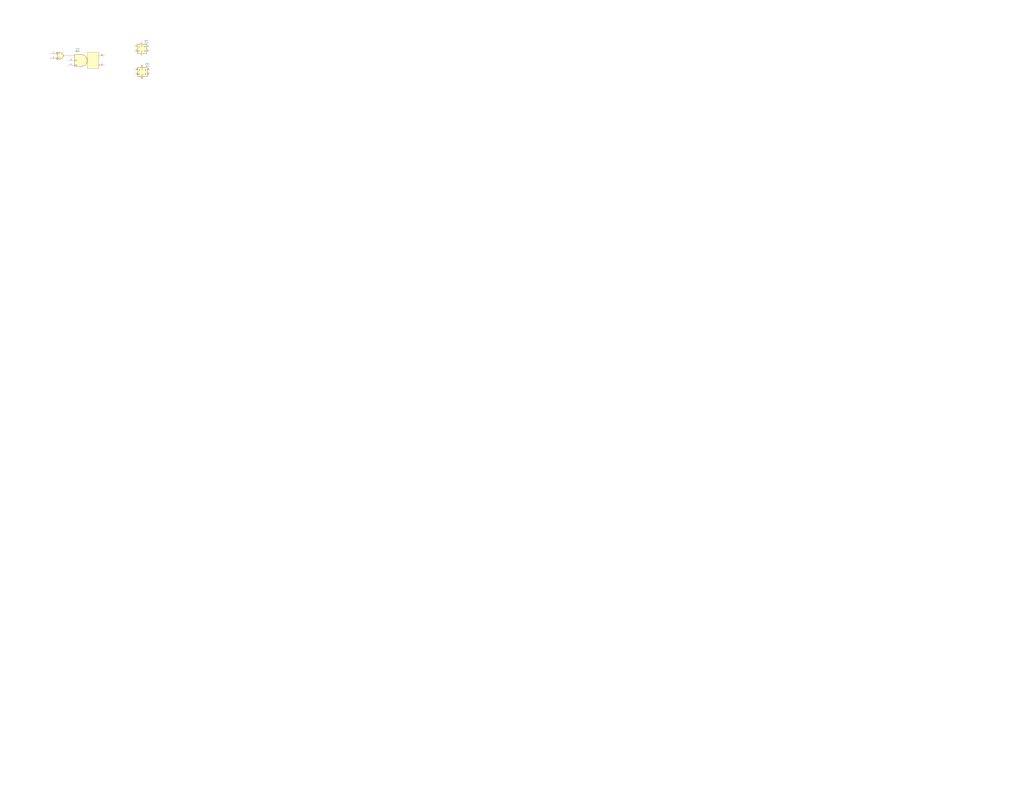
<source format=kicad_sch>
(kicad_sch (version 20230121) (generator eeschema)
  (paper "E")
  (lib_symbols
    (symbol "ForgottenMachines:7474" (pin_names (offset 1.016))
      (property "Reference" "U" (at -7.62 8.89 0))
      (property "Value" "7474" (at -7.62 -8.89 0))
      (symbol "7474_1_0"
        (pin input line (at 0 -7.62 90) (length 2.54) (name "~{R}") (number "1"))
        (pin input line (at -7.62 2.54 0) (length 2.54) (name "D") (number "2"))
        (pin input clock (at -7.62 -2.54 0) (length 2.54) (name "C") (number "3"))
        (pin input line (at 0 7.62 270) (length 2.54) (name "~{S}") (number "4"))
        (pin output line (at 7.62 2.54 180) (length 2.54) (name "Q") (number "5"))
        (pin output line (at 7.62 -2.54 180) (length 2.54) (name "~{Q}") (number "6"))
      )
      (symbol "7474_1_1"
        (rectangle (start -5.08 5.08) (end 5.08 -5.08) (stroke (width 0.254)) (fill (type background)))
      )
      (symbol "7474_2_0"
        (pin input line (at 0 7.62 270) (length 2.54) (name "~{S}") (number "10"))
        (pin input clock (at -7.62 -2.54 0) (length 2.54) (name "C") (number "11"))
        (pin input line (at -7.62 2.54 0) (length 2.54) (name "D") (number "12"))
        (pin input line (at 0 -7.62 90) (length 2.54) (name "~{R}") (number "13"))
        (pin output line (at 7.62 -2.54 180) (length 2.54) (name "~{Q}") (number "8"))
        (pin output line (at 7.62 2.54 180) (length 2.54) (name "Q") (number "9"))
      )
      (symbol "7474_2_1"
        (rectangle (start -5.08 5.08) (end 5.08 -5.08) (stroke (width 0.254)) (fill (type background)))
      )
      (symbol "7474_3_0"
        (pin power_in line (at 0 10.16 270) (length 2.54) (name "VCC") (number "14"))
        (pin power_in line (at 0 -10.16 90) (length 2.54) (name "GND") (number "7"))
      )
      (symbol "7474_3_1"
        (rectangle (start -5.08 7.62) (end 5.08 -7.62) (stroke (width 0.254)) (fill (type background)))
      )
    )
    (symbol "ForgottenMachines:DM9601"
      (property "Reference" "U" (at 5.08 -2.54 0))
      (property "Value" "9601" (at 6.35 0 0))
      (symbol "DM9601_1_1"
        (arc (start -19.5582 1.27) (mid -18.3372 5.08) (end -19.5582 8.89) (stroke (width 0.254)))
        (arc (start -16.3578 1.27) (mid -13.5627 2.496) (end -11.9382 5.08) (stroke (width 0.254)) (fill (type background)))
        (arc (start -11.9382 5.08) (mid -13.5554 7.6725) (end -16.3578 8.89) (stroke (width 0.254)) (fill (type background)))
        (polyline (pts (xy -19.5582 1.27) (xy -16.3832 1.27)) (stroke (width 0.254)) (fill (type background)))
        (polyline (pts (xy -19.5582 8.89) (xy -16.3832 8.89)) (stroke (width 0.254)) (fill (type background)))
        (polyline (pts (xy 0 5.08) (xy -11.938 5.08)))
        (polyline (pts (xy 7.62 -6.35) (xy 0 -6.35) (xy 0 6.35) (xy 7.62 6.35)) (stroke (width 0.254)) (fill (type background)))
        (polyline (pts (xy -16.3832 8.89) (xy -19.5582 8.89) (xy -19.5582 8.89) (xy -19.3042 8.4836) (xy -18.7708 7.3406) (xy -18.4406 6.1214) (xy -18.3644 4.826) (xy -18.5168 3.5814) (xy -18.9232 2.3622) (xy -19.5582 1.27) (xy -19.5582 1.27) (xy -16.3832 1.27)) (stroke (width -25.4)) (fill (type background)))
        (arc (start 7.62 -6.35) (mid 13.9424 0) (end 7.62 6.35) (stroke (width 0.254)) (fill (type background)))
        (rectangle (start 13.97 8.89) (end 26.67 -8.89) (fill (type background)))
        (pin input inverted (at -26.67 7.62 0) (length 7.62) (name "A1") (number "1"))
        (pin input inverted (at -26.67 2.54 0) (length 7.62) (name "A2") (number "2"))
        (pin input line (at -7.62 0 0) (length 7.62) (name "B1") (number "3"))
        (pin input line (at -7.62 -5.08 0) (length 7.62) (name "B2") (number "4"))
        (pin output inverted (at 33.02 -5.08 180) (length 6.35) (name "~") (number "6"))
        (pin output line (at 33.02 5.08 180) (length 6.35) (name "~") (number "8"))
      )
      (symbol "DM9601_2_0"
        (rectangle (start -2.54 11.43) (end 17.78 -6.35) (stroke (width 0.254)) (fill (type background)))
      )
      (symbol "DM9601_2_1"
        (pin input line (at 7.62 16.51 270) (length 5.08) (name "R_to_Vcc") (number "11"))
        (pin input line (at 15.24 16.51 270) (length 5.08) (name "Cap_to_11") (number "13"))
        (pin power_in line (at 0 16.51 270) (length 5.08) (name "VCC") (number "14"))
        (pin power_in line (at 0 -11.43 90) (length 5.08) (name "GND") (number "7"))
      )
    )
  )
  (symbol (lib_id "ForgottenMachines:DM9601") (at 81.28 66.04 0) (unit 1)
    (property "Reference" "U1" (at 84.7724 53.34 0))
    (property "Value" "9601" (at 84.7724 55.88 0))
    (property "Footprint" "Package_DIP:DIP-14_W7.62mm" (effects hide))
  )
  (symbol (lib_id "ForgottenMachines:DM9601") (at -29.21 63.5 0) (unit 2)
    (property "Reference" "U1" (at -8.89 60.325 0) (effects (justify left)))
    (property "Value" "9601" (at -8.89 62.865 0) (effects (justify left)))
    (property "Footprint" "Package_DIP:DIP-14_W7.62mm" (effects hide))
  )
  (symbol (lib_id "ForgottenMachines:7474") (at -21.59 93.98 0) (unit 3)
    (property "Reference" "U2" (at -13.97 93.345 0) (effects (justify left)))
    (property "Value" "7474" (at -13.97 95.885 0) (effects (justify left)))
    (property "Footprint" "Package_DIP:DIP-14_W7.62mm" (effects hide))
  )
  (symbol (lib_id "ForgottenMachines:7474") (at 155.575 78.74 0) (unit 2)
    (property "Reference" "U2" (at 158.1405 69.85 0) (effects (justify left)))
    (property "Value" "7474" (at 158.1405 72.39 0) (effects (justify left)))
    (property "Footprint" "Package_DIP:DIP-14_W7.62mm" (effects hide))
  )
  (symbol (lib_id "ForgottenMachines:7474") (at 154.94 53.34 0) (unit 1)
    (property "Reference" "U2" (at 157.5055 44.45 0) (effects (justify left)))
    (property "Value" "7474" (at 157.5055 46.99 0) (effects (justify left)))
    (property "Footprint" "Package_DIP:DIP-14_W7.62mm" (effects hide))
  )
)
</source>
